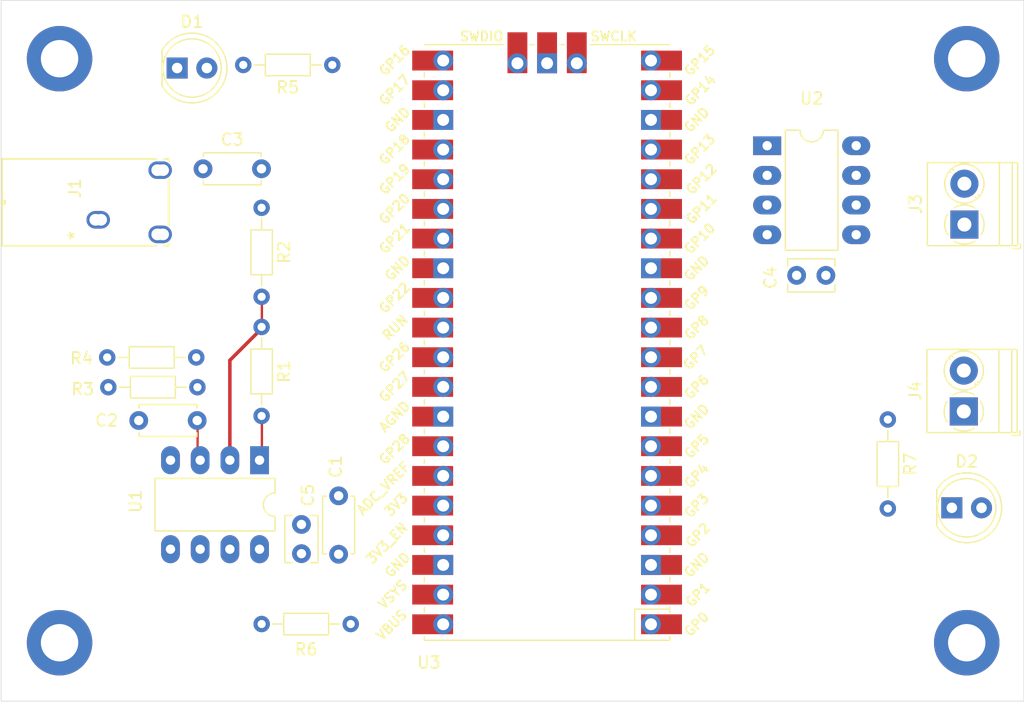
<source format=kicad_pcb>
(kicad_pcb (version 20240108) (generator "pcbnew") (generator_version "8.0")
  (title_block (title "Sound Gun") (date "2024-02-29"))
  (layers (0 "F.Cu" signal) (1 "In1.Cu" signal) (2 "In2.Cu" signal) (31 "B.Cu" signal) (34 "B.Paste" user) (35 "F.Paste" user) (36 "B.SilkS" user "B.Silkscreen") (37 "F.SilkS" user "F.Silkscreen") (38 "B.Mask" user) (39 "F.Mask" user) (44 "Edge.Cuts" user))
  (net 0 "")
  (net 1 "Net-(U1A--)")
  (net 2 "GND")
  (net 3 "+3V3")
  (net 5 "+5V")
  (net 6 "Net-(U2-IN_B)")
  (net 7 "Net-(U2-IN_A)")
  (net 16 "/AUDIO_IN")
  (net 40 "+12V")
  (net 70 "Net-(D2-A)")
  (net 71 "/V_OPAMP")
  (net 72 "/VREF")
  (net 73 "Net-(C3-Pad2)")
  (net 75 "/LED_A")
  (net 76 "/SPKR_B")
  (net 77 "/SPKR_A")
  (net 78 "/ADC_IN")
  (net 79 "/LED")
  (footprint "Package_DIP:DIP-8_W7.62mm_LongPads" (layer "F.Cu") (at 102.11 99.375 -90)
    (property "Reference" "U1" (at 3.51 10.61 90) (layer "F.SilkS"))
    (property "Value" "LM358")
    (fp_line (start 1.56 8.95) (end 6.06 8.95) (stroke (width 0.12)) (layer "F.SilkS"))
    (fp_line (start 6.06 8.95) (end 6.06 -1.33) (stroke (width 0.12)) (layer "F.SilkS"))
    (fp_line (start 1.56 -1.33) (end 1.56 8.95) (stroke (width 0.12)) (layer "F.SilkS"))
    (fp_line (start 2.81 -1.33) (end 1.56 -1.33) (stroke (width 0.12)) (layer "F.SilkS"))
    (fp_line (start 6.06 -1.33) (end 4.81 -1.33) (stroke (width 0.12)) (layer "F.SilkS"))
    (fp_arc (start 4.81 -1.33) (mid 3.81 -0.33) (end 2.81 -1.33) (stroke (width 0.12)) (layer "F.SilkS"))
    (pad "1" thru_hole rect (at 0 0 270) (size 2.4 1.6) (drill 0.8) (layers "*.Cu" "*.Mask") (net 78 "/ADC_IN"))
    (pad "2" thru_hole oval (at 0 2.54 270) (size 2.4 1.6) (drill 0.8) (layers "*.Cu" "*.Mask") (net 1 "Net-(U1A--)"))
    (pad "3" thru_hole oval (at 0 5.08 270) (size 2.4 1.6) (drill 0.8) (layers "*.Cu" "*.Mask") (net 72 "/VREF"))
    (pad "4" thru_hole oval (at 0 7.62 270) (size 2.4 1.6) (drill 0.8) (layers "*.Cu" "*.Mask") (net 2 "GND"))
    (pad "5" thru_hole oval (at 7.62 7.62 270) (size 2.4 1.6) (drill 0.8) (layers "*.Cu" "*.Mask") (net 2 "GND"))
    (pad "6" thru_hole oval (at 7.62 5.08 270) (size 2.4 1.6) (drill 0.8) (layers "*.Cu" "*.Mask") (net 2 "GND"))
    (pad "7" thru_hole oval (at 7.62 2.54 270) (size 2.4 1.6) (drill 0.8) (layers "*.Cu" "*.Mask"))
    (pad "8" thru_hole oval (at 7.62 0 270) (size 2.4 1.6) (drill 0.8) (layers "*.Cu" "*.Mask") (net 71 "/V_OPAMP"))
  )
  (footprint "Resistor_THT:R_Axial_DIN0204_L3.6mm_D1.6mm_P7.62mm_Horizontal" (layer "F.Cu") (at 102.285 87.965 -90)
    (property "Reference" "R1" (at 3.81 -1.92 90) (layer "F.SilkS"))
    (property "Value" "22k")
    (fp_line (start 1.89 0.92) (end 5.73 0.92) (stroke (width 0.12)) (layer "F.SilkS"))
    (fp_line (start 5.73 0.92) (end 5.73 -0.92) (stroke (width 0.12)) (layer "F.SilkS"))
    (fp_line (start 0.94 0) (end 1.89 0) (stroke (width 0.12)) (layer "F.SilkS"))
    (fp_line (start 6.68 0) (end 5.73 0) (stroke (width 0.12)) (layer "F.SilkS"))
    (fp_line (start 1.89 -0.92) (end 1.89 0.92) (stroke (width 0.12)) (layer "F.SilkS"))
    (fp_line (start 5.73 -0.92) (end 1.89 -0.92) (stroke (width 0.12)) (layer "F.SilkS"))
    (pad "1" thru_hole circle (at 0 0 270) (size 1.4 1.4) (drill 0.7) (layers "*.Cu" "*.Mask") (net 1 "Net-(U1A--)"))
    (pad "2" thru_hole oval (at 7.62 0 270) (size 1.4 1.4) (drill 0.7) (layers "*.Cu" "*.Mask") (net 78 "/ADC_IN"))
  )
  (footprint "Resistor_THT:R_Axial_DIN0204_L3.6mm_D1.6mm_P7.62mm_Horizontal" (layer "F.Cu") (at 89.075 90.575)
    (property "Reference" "R4" (at -2.19 0.08 0) (layer "F.SilkS"))
    (property "Value" "47k" (hide yes))
    (fp_line (start 0.94 0) (end 1.89 0) (stroke (width 0.12)) (layer "F.SilkS"))
    (fp_line (start 1.89 -0.92) (end 1.89 0.92) (stroke (width 0.12)) (layer "F.SilkS"))
    (fp_line (start 1.89 0.92) (end 5.73 0.92) (stroke (width 0.12)) (layer "F.SilkS"))
    (fp_line (start 5.73 -0.92) (end 1.89 -0.92) (stroke (width 0.12)) (layer "F.SilkS"))
    (fp_line (start 5.73 0.92) (end 5.73 -0.92) (stroke (width 0.12)) (layer "F.SilkS"))
    (fp_line (start 6.68 0) (end 5.73 0) (stroke (width 0.12)) (layer "F.SilkS"))
    (pad "1" thru_hole circle (at 0 0) (size 1.4 1.4) (drill 0.7) (layers "*.Cu" "*.Mask") (net 2 "GND"))
    (pad "2" thru_hole oval (at 7.62 0) (size 1.4 1.4) (drill 0.7) (layers "*.Cu" "*.Mask") (net 72 "/VREF"))
  )
  (footprint "MountingHole:MountingHole_3.2mm_M3_DIN965_Pad" (layer "F.Cu") (at 162.61 65)
    (property "Reference" "H3" (hide yes))
    (property "Value" "MountingHole_Pad" (hide yes))
    (pad "1" thru_hole circle (at 0 0) (size 5.6 5.6) (drill 3.2) (layers "*.Cu" "*.Mask") (net 2 "GND"))
  )
  (footprint "Resistor_THT:R_Axial_DIN0204_L3.6mm_D1.6mm_P7.62mm_Horizontal" (layer "F.Cu") (at 155.86 95.89 -90)
    (property "Reference" "R7" (at 3.81 -1.92 90) (layer "F.SilkS"))
    (property "Value" "10k")
    (fp_line (start 1.89 0.92) (end 5.73 0.92) (stroke (width 0.12)) (layer "F.SilkS"))
    (fp_line (start 5.73 0.92) (end 5.73 -0.92) (stroke (width 0.12)) (layer "F.SilkS"))
    (fp_line (start 0.94 0) (end 1.89 0) (stroke (width 0.12)) (layer "F.SilkS"))
    (fp_line (start 6.68 0) (end 5.73 0) (stroke (width 0.12)) (layer "F.SilkS"))
    (fp_line (start 1.89 -0.92) (end 1.89 0.92) (stroke (width 0.12)) (layer "F.SilkS"))
    (fp_line (start 5.73 -0.92) (end 1.89 -0.92) (stroke (width 0.12)) (layer "F.SilkS"))
    (pad "1" thru_hole circle (at 0 0 270) (size 1.4 1.4) (drill 0.7) (layers "*.Cu" "*.Mask") (net 40 "+12V"))
    (pad "2" thru_hole oval (at 7.62 0 270) (size 1.4 1.4) (drill 0.7) (layers "*.Cu" "*.Mask") (net 70 "Net-(D2-A)"))
  )
  (footprint "Capacitor_THT:C_Disc_D3.8mm_W2.6mm_P2.50mm" (layer "F.Cu") (at 105.695 104.875 -90)
    (property "Reference" "C5" (at -2.5 -0.55 90) (layer "F.SilkS"))
    (property "Value" "100n")
    (fp_line (start -0.77 1.42) (end 3.27 1.42) (stroke (width 0.12)) (layer "F.SilkS"))
    (fp_line (start -0.77 0.795) (end -0.77 1.42) (stroke (width 0.12)) (layer "F.SilkS"))
    (fp_line (start 3.27 0.795) (end 3.27 1.42) (stroke (width 0.12)) (layer "F.SilkS"))
    (fp_line (start -0.77 -1.42) (end -0.77 -0.795) (stroke (width 0.12)) (layer "F.SilkS"))
    (fp_line (start -0.77 -1.42) (end 3.27 -1.42) (stroke (width 0.12)) (layer "F.SilkS"))
    (fp_line (start 3.27 -1.42) (end 3.27 -0.795) (stroke (width 0.12)) (layer "F.SilkS"))
    (pad "1" thru_hole circle (at 0 0 270) (size 1.6 1.6) (drill 0.8) (layers "*.Cu" "*.Mask") (net 2 "GND"))
    (pad "2" thru_hole circle (at 2.5 0 270) (size 1.6 1.6) (drill 0.8) (layers "*.Cu" "*.Mask") (net 71 "/V_OPAMP"))
  )
  (footprint "LED_THT:LED_D5.0mm" (layer "F.Cu") (at 95.06 65.8)
    (property "Reference" "D1" (at 1.27 -3.96 0) (layer "F.SilkS"))
    (property "Value" "LED")
    (fp_line (start -1.29 -1.545) (end -1.29 1.545) (stroke (width 0.12)) (layer "F.SilkS"))
    (fp_arc (start -1.29 -1.54483) (mid 2.072002 -2.880433) (end 4.26 0.000462) (stroke (width 0.12)) (layer "F.SilkS"))
    (fp_arc (start 4.26 -0.000462) (mid 2.072002 2.880433) (end -1.29 1.54483) (stroke (width 0.12)) (layer "F.SilkS"))
    (fp_circle (center 1.27 0) (end 3.77 0) (stroke (width 0.12)) (fill none) (layer "F.SilkS"))
    (pad "1" thru_hole rect (at 0 0) (size 1.8 1.8) (drill 0.9) (layers "*.Cu" "*.Mask") (net 2 "GND"))
    (pad "2" thru_hole circle (at 2.54 0) (size 1.8 1.8) (drill 0.9) (layers "*.Cu" "*.Mask") (net 75 "/LED_A"))
  )
  (footprint "TerminalBlock_Phoenix:TerminalBlock_Phoenix_PT-1,5-2-3.5-H_1x02_P3.50mm_Horizontal" (layer "F.Cu") (at 162.36 95.2 90)
    (property "Reference" "J4" (at 1.75 -4.16 -90) (layer "F.SilkS"))
    (property "Value" "Screw_Terminal_01x02" (hide yes))
    (fp_line (start 5.31 -3.16) (end 5.31 4.56) (stroke (width 0.12)) (layer "F.SilkS"))
    (fp_line (start -1.81 -3.16) (end 5.31 -3.16) (stroke (width 0.12)) (layer "F.SilkS"))
    (fp_line (start -1.81 -3.16) (end -1.81 4.56) (stroke (width 0.12)) (layer "F.SilkS"))
    (fp_line (start 4.57 -1.275) (end 4.476 -1.181) (stroke (width 0.12)) (layer "F.SilkS"))
    (fp_line (start 4.775 -1.069) (end 4.646 -0.941) (stroke (width 0.12)) (layer "F.SilkS"))
    (fp_line (start 2.355 0.941) (end 2.226 1.069) (stroke (width 0.12)) (layer "F.SilkS"))
    (fp_line (start 2.525 1.181) (end 2.431 1.274) (stroke (width 0.12)) (layer "F.SilkS"))
    (fp_line (start -1.81 3) (end 5.31 3) (stroke (width 0.12)) (layer "F.SilkS"))
    (fp_line (start -1.81 4.1) (end 5.31 4.1) (stroke (width 0.12)) (layer "F.SilkS"))
    (fp_line (start -2.05 4.16) (end -2.05 4.8) (stroke (width 0.12)) (layer "F.SilkS"))
    (fp_line (start -1.81 4.56) (end 5.31 4.56) (stroke (width 0.12)) (layer "F.SilkS"))
    (fp_line (start -2.05 4.8) (end -1.65 4.8) (stroke (width 0.12)) (layer "F.SilkS"))
    (fp_arc (start -0.889894 -1.425358) (mid -0.014012 -1.680286) (end 0.866 -1.44) (stroke (width 0.12)) (layer "F.SilkS"))
    (fp_arc (start 1.425504 -0.890193) (mid 1.680626 0.000476) (end 1.425 0.891) (stroke (width 0.12)) (layer "F.SilkS"))
    (fp_arc (start -1.425358 0.889894) (mid -1.680286 0.014012) (end -1.44 -0.866) (stroke (width 0.12)) (layer "F.SilkS"))
    (fp_arc (start 0.890264 1.424721) (mid 0.463071 1.61492) (end 0 1.68) (stroke (width 0.12)) (layer "F.SilkS"))
    (fp_arc (start 0.028674 1.680099) (mid -0.435535 1.622918) (end -0.866 1.44) (stroke (width 0.12)) (layer "F.SilkS"))
    (fp_circle (center 3.5 0) (end 5.18 0) (stroke (width 0.12)) (fill none) (layer "F.SilkS"))
    (pad "1" thru_hole rect (at 0 0 90) (size 2.4 2.4) (drill 1.2) (layers "*.Cu" "*.Mask") (net 40 "+12V"))
    (pad "2" thru_hole circle (at 3.5 0 90) (size 2.4 2.4) (drill 1.2) (layers "*.Cu" "*.Mask") (net 2 "GND"))
  )
  (footprint "Capacitor_THT:C_Disc_D3.8mm_W2.6mm_P2.50mm" (layer "F.Cu") (at 148.06 83.55)
    (property "Reference" "C4" (at -2.25 0.2 90) (layer "F.SilkS"))
    (property "Value" "100n")
    (fp_line (start -0.77 -1.42) (end -0.77 -0.795) (stroke (width 0.12)) (layer "F.SilkS"))
    (fp_line (start -0.77 -1.42) (end 3.27 -1.42) (stroke (width 0.12)) (layer "F.SilkS"))
    (fp_line (start -0.77 0.795) (end -0.77 1.42) (stroke (width 0.12)) (layer "F.SilkS"))
    (fp_line (start -0.77 1.42) (end 3.27 1.42) (stroke (width 0.12)) (layer "F.SilkS"))
    (fp_line (start 3.27 -1.42) (end 3.27 -0.795) (stroke (width 0.12)) (layer "F.SilkS"))
    (fp_line (start 3.27 0.795) (end 3.27 1.42) (stroke (width 0.12)) (layer "F.SilkS"))
    (pad "1" thru_hole circle (at 0 0) (size 1.6 1.6) (drill 0.8) (layers "*.Cu" "*.Mask") (net 2 "GND"))
    (pad "2" thru_hole circle (at 2.5 0) (size 1.6 1.6) (drill 0.8) (layers "*.Cu" "*.Mask") (net 40 "+12V"))
  )
  (footprint "Capacitor_THT:C_Disc_D4.7mm_W2.5mm_P5.00mm" (layer "F.Cu") (at 108.875 102.425 -90)
    (property "Reference" "C1" (at -2.5 0.25 90) (layer "F.SilkS"))
    (property "Value" "10u")
    (fp_line (start 0.03 1.37) (end 4.97 1.37) (stroke (width 0.12)) (layer "F.SilkS"))
    (fp_line (start 0.03 1.055) (end 0.03 1.37) (stroke (width 0.12)) (layer "F.SilkS"))
    (fp_line (start 4.97 1.055) (end 4.97 1.37) (stroke (width 0.12)) (layer "F.SilkS"))
    (fp_line (start 0.03 -1.37) (end 0.03 -1.055) (stroke (width 0.12)) (layer "F.SilkS"))
    (fp_line (start 0.03 -1.37) (end 4.97 -1.37) (stroke (width 0.12)) (layer "F.SilkS"))
    (fp_line (start 4.97 -1.37) (end 4.97 -1.055) (stroke (width 0.12)) (layer "F.SilkS"))
    (pad "1" thru_hole circle (at 0 0 270) (size 1.6 1.6) (drill 0.8) (layers "*.Cu" "*.Mask") (net 2 "GND"))
    (pad "2" thru_hole circle (at 5 0 270) (size 1.6 1.6) (drill 0.8) (layers "*.Cu" "*.Mask") (net 71 "/V_OPAMP"))
  )
  (footprint "Capacitor_THT:C_Disc_D4.7mm_W2.5mm_P5.00mm" (layer "F.Cu") (at 97.275 74.425)
    (property "Reference" "C3" (at 2.5 -2.5 0) (layer "F.SilkS"))
    (property "Value" "1u")
    (fp_line (start 0.03 -1.37) (end 0.03 -1.055) (stroke (width 0.12)) (layer "F.SilkS"))
    (fp_line (start 0.03 -1.37) (end 4.97 -1.37) (stroke (width 0.12)) (layer "F.SilkS"))
    (fp_line (start 0.03 1.055) (end 0.03 1.37) (stroke (width 0.12)) (layer "F.SilkS"))
    (fp_line (start 0.03 1.37) (end 4.97 1.37) (stroke (width 0.12)) (layer "F.SilkS"))
    (fp_line (start 4.97 -1.37) (end 4.97 -1.055) (stroke (width 0.12)) (layer "F.SilkS"))
    (fp_line (start 4.97 1.055) (end 4.97 1.37) (stroke (width 0.12)) (layer "F.SilkS"))
    (pad "1" thru_hole circle (at 0 0) (size 1.6 1.6) (drill 0.8) (layers "*.Cu" "*.Mask") (net 16 "/AUDIO_IN"))
    (pad "2" thru_hole circle (at 5 0) (size 1.6 1.6) (drill 0.8) (layers "*.Cu" "*.Mask") (net 73 "Net-(C3-Pad2)"))
  )
  (footprint "MountingHole:MountingHole_3.2mm_M3_DIN965_Pad" (layer "F.Cu") (at 85 65)
    (property "Reference" "H1" (hide yes))
    (property "Value" "MountingHole_Pad" (hide yes))
    (pad "1" thru_hole circle (at 0 0) (size 5.6 5.6) (drill 3.2) (layers "*.Cu" "*.Mask") (net 2 "GND"))
  )
  (footprint "LED_THT:LED_D5.0mm" (layer "F.Cu") (at 161.335 103.45)
    (property "Reference" "D2" (at 1.27 -3.96 0) (layer "F.SilkS"))
    (property "Value" "LED")
    (fp_line (start -1.29 -1.545) (end -1.29 1.545) (stroke (width 0.12)) (layer "F.SilkS"))
    (fp_arc (start -1.29 -1.54483) (mid 2.072002 -2.880433) (end 4.26 0.000462) (stroke (width 0.12)) (layer "F.SilkS"))
    (fp_arc (start 4.26 -0.000462) (mid 2.072002 2.880433) (end -1.29 1.54483) (stroke (width 0.12)) (layer "F.SilkS"))
    (fp_circle (center 1.27 0) (end 3.77 0) (stroke (width 0.12)) (fill none) (layer "F.SilkS"))
    (pad "1" thru_hole rect (at 0 0) (size 1.8 1.8) (drill 0.9) (layers "*.Cu" "*.Mask") (net 2 "GND"))
    (pad "2" thru_hole circle (at 2.54 0) (size 1.8 1.8) (drill 0.9) (layers "*.Cu" "*.Mask") (net 70 "Net-(D2-A)"))
  )
  (footprint "Resistor_THT:R_Axial_DIN0204_L3.6mm_D1.6mm_P7.62mm_Horizontal" (layer "F.Cu") (at 109.91 113.4 180)
    (property "Reference" "R6" (at 3.81 -2.17 180) (layer "F.SilkS"))
    (property "Value" "10")
    (fp_line (start 6.68 0) (end 5.73 0) (stroke (width 0.12)) (layer "F.SilkS"))
    (fp_line (start 5.73 0.92) (end 5.73 -0.92) (stroke (width 0.12)) (layer "F.SilkS"))
    (fp_line (start 5.73 -0.92) (end 1.89 -0.92) (stroke (width 0.12)) (layer "F.SilkS"))
    (fp_line (start 1.89 0.92) (end 5.73 0.92) (stroke (width 0.12)) (layer "F.SilkS"))
    (fp_line (start 1.89 -0.92) (end 1.89 0.92) (stroke (width 0.12)) (layer "F.SilkS"))
    (fp_line (start 0.94 0) (end 1.89 0) (stroke (width 0.12)) (layer "F.SilkS"))
    (pad "1" thru_hole circle (at 0 0 180) (size 1.4 1.4) (drill 0.7) (layers "*.Cu" "*.Mask") (net 5 "+5V"))
    (pad "2" thru_hole oval (at 7.62 0 180) (size 1.4 1.4) (drill 0.7) (layers "*.Cu" "*.Mask") (net 71 "/V_OPAMP"))
  )
  (footprint "MountingHole:MountingHole_3.2mm_M3_DIN965_Pad" (layer "F.Cu") (at 85 115)
    (property "Reference" "H2" (hide yes))
    (property "Value" "MountingHole_Pad" (hide yes))
    (pad "1" thru_hole circle (at 0 0) (size 5.6 5.6) (drill 3.2) (layers "*.Cu" "*.Mask") (net 2 "GND"))
  )
  (footprint "Resistor_THT:R_Axial_DIN0204_L3.6mm_D1.6mm_P7.62mm_Horizontal" (layer "F.Cu") (at 108.335 65.535 180)
    (property "Reference" "R5" (at 3.81 -1.92 180) (layer "F.SilkS"))
    (property "Value" "1k")
    (fp_line (start 6.68 0) (end 5.73 0) (stroke (width 0.12)) (layer "F.SilkS"))
    (fp_line (start 5.73 0.92) (end 5.73 -0.92) (stroke (width 0.12)) (layer "F.SilkS"))
    (fp_line (start 5.73 -0.92) (end 1.89 -0.92) (stroke (width 0.12)) (layer "F.SilkS"))
    (fp_line (start 1.89 0.92) (end 5.73 0.92) (stroke (width 0.12)) (layer "F.SilkS"))
    (fp_line (start 1.89 -0.92) (end 1.89 0.92) (stroke (width 0.12)) (layer "F.SilkS"))
    (fp_line (start 0.94 0) (end 1.89 0) (stroke (width 0.12)) (layer "F.SilkS"))
    (pad "1" thru_hole circle (at 0 0 180) (size 1.4 1.4) (drill 0.7) (layers "*.Cu" "*.Mask") (net 79 "/LED"))
    (pad "2" thru_hole oval (at 7.62 0 180) (size 1.4 1.4) (drill 0.7) (layers "*.Cu" "*.Mask") (net 75 "/LED_A"))
  )
  (footprint "Capacitor_THT:C_Disc_D4.7mm_W2.5mm_P5.00mm" (layer "F.Cu") (at 91.775 95.975)
    (property "Reference" "C2" (at -2.75 0 0) (layer "F.SilkS"))
    (property "Value" "10u")
    (fp_line (start 0.03 -1.37) (end 0.03 -1.055) (stroke (width 0.12)) (layer "F.SilkS"))
    (fp_line (start 0.03 -1.37) (end 4.97 -1.37) (stroke (width 0.12)) (layer "F.SilkS"))
    (fp_line (start 0.03 1.055) (end 0.03 1.37) (stroke (width 0.12)) (layer "F.SilkS"))
    (fp_line (start 0.03 1.37) (end 4.97 1.37) (stroke (width 0.12)) (layer "F.SilkS"))
    (fp_line (start 4.97 -1.37) (end 4.97 -1.055) (stroke (width 0.12)) (layer "F.SilkS"))
    (fp_line (start 4.97 1.055) (end 4.97 1.37) (stroke (width 0.12)) (layer "F.SilkS"))
    (pad "1" thru_hole circle (at 0 0) (size 1.6 1.6) (drill 0.8) (layers "*.Cu" "*.Mask") (net 2 "GND"))
    (pad "2" thru_hole circle (at 5 0) (size 1.6 1.6) (drill 0.8) (layers "*.Cu" "*.Mask") (net 72 "/VREF"))
  )
  (footprint "Package_DIP:DIP-8_W7.62mm_LongPads" (layer "F.Cu") (at 145.535 72.45)
    (property "Reference" "U2" (at 3.81 -4.05 0) (layer "F.SilkS"))
    (property "Value" "MIC4427")
    (fp_line (start 1.56 -1.33) (end 1.56 8.95) (stroke (width 0.12)) (layer "F.SilkS"))
    (fp_line (start 1.56 8.95) (end 6.06 8.95) (stroke (width 0.12)) (layer "F.SilkS"))
    (fp_line (start 2.81 -1.33) (end 1.56 -1.33) (stroke (width 0.12)) (layer "F.SilkS"))
    (fp_line (start 6.06 -1.33) (end 4.81 -1.33) (stroke (width 0.12)) (layer "F.SilkS"))
    (fp_line (start 6.06 8.95) (end 6.06 -1.33) (stroke (width 0.12)) (layer "F.SilkS"))
    (fp_arc (start 4.81 -1.33) (mid 3.81 -0.33) (end 2.81 -1.33) (stroke (width 0.12)) (layer "F.SilkS"))
    (pad "1" thru_hole rect (at 0 0) (size 2.4 1.6) (drill 0.8) (layers "*.Cu" "*.Mask"))
    (pad "2" thru_hole oval (at 0 2.54) (size 2.4 1.6) (drill 0.8) (layers "*.Cu" "*.Mask") (net 7 "Net-(U2-IN_A)"))
    (pad "3" thru_hole oval (at 0 5.08) (size 2.4 1.6) (drill 0.8) (layers "*.Cu" "*.Mask") (net 2 "GND"))
    (pad "4" thru_hole oval (at 0 7.62) (size 2.4 1.6) (drill 0.8) (layers "*.Cu" "*.Mask") (net 6 "Net-(U2-IN_B)"))
    (pad "5" thru_hole oval (at 7.62 7.62) (size 2.4 1.6) (drill 0.8) (layers "*.Cu" "*.Mask") (net 76 "/SPKR_B"))
    (pad "6" thru_hole oval (at 7.62 5.08) (size 2.4 1.6) (drill 0.8) (layers "*.Cu" "*.Mask") (net 40 "+12V"))
    (pad "7" thru_hole oval (at 7.62 2.54) (size 2.4 1.6) (drill 0.8) (layers "*.Cu" "*.Mask") (net 77 "/SPKR_A"))
    (pad "8" thru_hole oval (at 7.62 0) (size 2.4 1.6) (drill 0.8) (layers "*.Cu" "*.Mask"))
  )
  (footprint "Resistor_THT:R_Axial_DIN0204_L3.6mm_D1.6mm_P7.62mm_Horizontal" (layer "F.Cu") (at 102.285 77.765 -90)
    (property "Reference" "R2" (at 3.81 -1.92 90) (layer "F.SilkS"))
    (property "Value" "22k")
    (fp_line (start 1.89 0.92) (end 5.73 0.92) (stroke (width 0.12)) (layer "F.SilkS"))
    (fp_line (start 5.73 0.92) (end 5.73 -0.92) (stroke (width 0.12)) (layer "F.SilkS"))
    (fp_line (start 0.94 0) (end 1.89 0) (stroke (width 0.12)) (layer "F.SilkS"))
    (fp_line (start 6.68 0) (end 5.73 0) (stroke (width 0.12)) (layer "F.SilkS"))
    (fp_line (start 1.89 -0.92) (end 1.89 0.92) (stroke (width 0.12)) (layer "F.SilkS"))
    (fp_line (start 5.73 -0.92) (end 1.89 -0.92) (stroke (width 0.12)) (layer "F.SilkS"))
    (pad "1" thru_hole circle (at 0 0 270) (size 1.4 1.4) (drill 0.7) (layers "*.Cu" "*.Mask") (net 73 "Net-(C3-Pad2)"))
    (pad "2" thru_hole oval (at 7.62 0 270) (size 1.4 1.4) (drill 0.7) (layers "*.Cu" "*.Mask") (net 1 "Net-(U1A--)"))
  )
  (footprint "MCU_RaspberryPi_and_Boards:RPi_Pico_SMD_TH" (layer "F.Cu") (at 126.71 89.29 180)
    (property "Reference" "U3" (at 10.11 -27.41 180) (layer "F.SilkS"))
    (property "Value" "Pico")
    (fp_line (start 10.5 25.5) (end 3.7 25.5) (stroke (width 0.12)) (layer "F.SilkS"))
    (fp_line (start 10.5 22.7) (end 10.5 23.1) (stroke (width 0.12)) (layer "F.SilkS"))
    (fp_line (start 10.5 20.1) (end 10.5 20.5) (stroke (width 0.12)) (layer "F.SilkS"))
    (fp_line (start 10.5 17.6) (end 10.5 18) (stroke (width 0.12)) (layer "F.SilkS"))
    (fp_line (start 10.5 15.1) (end 10.5 15.5) (stroke (width 0.12)) (layer "F.SilkS"))
    (fp_line (start 10.5 12.5) (end 10.5 12.9) (stroke (width 0.12)) (layer "F.SilkS"))
    (fp_line (start 10.5 10) (end 10.5 10.4) (stroke (width 0.12)) (layer "F.SilkS"))
    (fp_line (start 10.5 7.4) (end 10.5 7.8) (stroke (width 0.12)) (layer "F.SilkS"))
    (fp_line (start 10.5 4.9) (end 10.5 5.3) (stroke (width 0.12)) (layer "F.SilkS"))
    (fp_line (start 10.5 2.3) (end 10.5 2.7) (stroke (width 0.12)) (layer "F.SilkS"))
    (fp_line (start 10.5 -0.2) (end 10.5 0.2) (stroke (width 0.12)) (layer "F.SilkS"))
    (fp_line (start 10.5 -2.7) (end 10.5 -2.3) (stroke (width 0.12)) (layer "F.SilkS"))
    (fp_line (start 10.5 -5.3) (end 10.5 -4.9) (stroke (width 0.12)) (layer "F.SilkS"))
    (fp_line (start 10.5 -7.8) (end 10.5 -7.4) (stroke (width 0.12)) (layer "F.SilkS"))
    (fp_line (start 10.5 -10.4) (end 10.5 -10) (stroke (width 0.12)) (layer "F.SilkS"))
    (fp_line (start 10.5 -12.9) (end 10.5 -12.5) (stroke (width 0.12)) (layer "F.SilkS"))
    (fp_line (start 10.5 -15.4) (end 10.5 -15) (stroke (width 0.12)) (layer "F.SilkS"))
    (fp_line (start 10.5 -18) (end 10.5 -17.6) (stroke (width 0.12)) (layer "F.SilkS"))
    (fp_line (start 10.5 -20.5) (end 10.5 -20.1) (stroke (width 0.12)) (layer "F.SilkS"))
    (fp_line (start 10.5 -23.1) (end 10.5 -22.7) (stroke (width 0.12)) (layer "F.SilkS"))
    (fp_line (start 10.5 -25.5) (end 10.5 -25.2) (stroke (width 0.12)) (layer "F.SilkS"))
    (fp_line (start 1.1 25.5) (end 1.5 25.5) (stroke (width 0.12)) (layer "F.SilkS"))
    (fp_line (start -1.5 25.5) (end -1.1 25.5) (stroke (width 0.12)) (layer "F.SilkS"))
    (fp_line (start -3.7 25.5) (end -10.5 25.5) (stroke (width 0.12)) (layer "F.SilkS"))
    (fp_line (start -7.493 -22.833) (end -7.493 -25.5) (stroke (width 0.12)) (layer "F.SilkS"))
    (fp_line (start -10.5 22.7) (end -10.5 23.1) (stroke (width 0.12)) (layer "F.SilkS"))
    (fp_line (start -10.5 20.1) (end -10.5 20.5) (stroke (width 0.12)) (layer "F.SilkS"))
    (fp_line (start -10.5 17.6) (end -10.5 18) (stroke (width 0.12)) (layer "F.SilkS"))
    (fp_line (start -10.5 15.1) (end -10.5 15.5) (stroke (width 0.12)) (layer "F.SilkS"))
    (fp_line (start -10.5 12.5) (end -10.5 12.9) (stroke (width 0.12)) (layer "F.SilkS"))
    (fp_line (start -10.5 10) (end -10.5 10.4) (stroke (width 0.12)) (layer "F.SilkS"))
    (fp_line (start -10.5 7.4) (end -10.5 7.8) (stroke (width 0.12)) (layer "F.SilkS"))
    (fp_line (start -10.5 4.9) (end -10.5 5.3) (stroke (width 0.12)) (layer "F.SilkS"))
    (fp_line (start -10.5 2.3) (end -10.5 2.7) (stroke (width 0.12)) (layer "F.SilkS"))
    (fp_line (start -10.5 -0.2) (end -10.5 0.2) (stroke (width 0.12)) (layer "F.SilkS"))
    (fp_line (start -10.5 -2.7) (end -10.5 -2.3) (stroke (width 0.12)) (layer "F.SilkS"))
    (fp_line (start -10.5 -5.3) (end -10.5 -4.9) (stroke (width 0.12)) (layer "F.SilkS"))
    (fp_line (start -10.5 -7.8) (end -10.5 -7.4) (stroke (width 0.12)) (layer "F.SilkS"))
    (fp_line (start -10.5 -10.4) (end -10.5 -10) (stroke (width 0.12)) (layer "F.SilkS"))
    (fp_line (start -10.5 -12.9) (end -10.5 -12.5) (stroke (width 0.12)) (layer "F.SilkS"))
    (fp_line (start -10.5 -15.4) (end -10.5 -15) (stroke (width 0.12)) (layer "F.SilkS"))
    (fp_line (start -10.5 -18) (end -10.5 -17.6) (stroke (width 0.12)) (layer "F.SilkS"))
    (fp_line (start -10.5 -20.5) (end -10.5 -20.1) (stroke (width 0.12)) (layer "F.SilkS"))
    (fp_line (start -10.5 -22.833) (end -7.493 -22.833) (stroke (width 0.12)) (layer "F.SilkS"))
    (fp_line (start -10.5 -23.1) (end -10.5 -22.7) (stroke (width 0.12)) (layer "F.SilkS"))
    (fp_line (start -10.5 -25.5) (end 10.5 -25.5) (stroke (width 0.12)) (layer "F.SilkS"))
    (fp_line (start -10.5 -25.5) (end -10.5 -25.2) (stroke (width 0.12)) (layer "F.SilkS"))
    (fp_text user "GP27" (at 13.054 -3.8 -135) (layer "F.SilkS") (effects (font (size 0.8 0.8))))
    (fp_text user "GP11" (at -13.2 11.43 -135) (layer "F.SilkS") (effects (font (size 0.8 0.8))))
    (fp_text user "GP2" (at -12.9 -16.51 -135) (layer "F.SilkS") (effects (font (size 0.8 0.8))))
    (fp_text user "GP16" (at 13.054 24.13 -135) (layer "F.SilkS") (effects (font (size 0.8 0.8))))
    (fp_text user "RUN" (at 13 1.27 -135) (layer "F.SilkS") (effects (font (size 0.8 0.8))))
    (fp_text user "SWCLK" (at -5.7 26.2 180) (layer "F.SilkS") (effects (font (size 0.8 0.8))))
    (fp_text user "3V3_EN" (at 13.7 -17.2 -135) (layer "F.SilkS") (effects (font (size 0.8 0.8))))
    (fp_text user "3V3" (at 12.9 -13.9 -135) (layer "F.SilkS") (effects (font (size 0.8 0.8))))
    (fp_text user "GP26" (at 13.054 -1.27 -135) (layer "F.SilkS") (effects (font (size 0.8 0.8))))
    (fp_text user "GP20" (at 13.054 11.43 -135) (layer "F.SilkS") (effects (font (size 0.8 0.8))))
    (fp_text user "GP9" (at -12.8 3.81 -135) (layer "F.SilkS") (effects (font (size 0.8 0.8))))
    (fp_text user "GP22" (at 13.054 3.81 -135) (layer "F.SilkS") (effects (font (size 0.8 0.8))))
    (fp_text user "GP19" (at 13.054 13.97 -135) (layer "F.SilkS") (effects (font (size 0.8 0.8))))
    (fp_text user "GP15" (at -13.054 24.13 -135) (layer "F.SilkS") (effects (font (size 0.8 0.8))))
    (fp_text user "ADC_VREF" (at 14 -12.5 -135) (layer "F.SilkS") (effects (font (size 0.8 0.8))))
    (fp_text user "GP17" (at 13.054 21.59 -135) (layer "F.SilkS") (effects (font (size 0.8 0.8))))
    (fp_text user "GP14" (at -13.1 21.59 -135) (layer "F.SilkS") (effects (font (size 0.8 0.8))))
    (fp_text user "GND" (at -12.8 -6.35 -135) (layer "F.SilkS") (effects (font (size 0.8 0.8))))
    (fp_text user "SWDIO" (at 5.6 26.2 180) (layer "F.SilkS") (effects (font (size 0.8 0.8))))
    (fp_text user "GP5" (at -12.8 -8.89 -135) (layer "F.SilkS") (effects (font (size 0.8 0.8))))
    (fp_text user "GND" (at -12.8 19.05 -135) (layer "F.SilkS") (effects (font (size 0.8 0.8))))
    (fp_text user "GND" (at -12.8 -19.05 -135) (layer "F.SilkS") (effects (font (size 0.8 0.8))))
    (fp_text user "GP1" (at -12.9 -21.6 -135) (layer "F.SilkS") (effects (font (size 0.8 0.8))))
    (fp_text user "GP10" (at -13.054 8.89 -135) (layer "F.SilkS") (effects (font (size 0.8 0.8))))
    (fp_text user "GP7" (at -12.7 -1.3 -135) (layer "F.SilkS") (effects (font (size 0.8 0.8))))
    (fp_text user "GND" (at -12.8 6.35 -135) (layer "F.SilkS") (effects (font (size 0.8 0.8))))
    (fp_text user "GND" (at 12.8 6.35 -135) (layer "F.SilkS") (effects (font (size 0.8 0.8))))
    (fp_text user "GP8" (at -12.8 1.27 -135) (layer "F.SilkS") (effects (font (size 0.8 0.8))))
    (fp_text user "GP28" (at 13.054 -9.144 -135) (layer "F.SilkS") (effects (font (size 0.8 0.8))))
    (fp_text user "GP18" (at 13.054 16.51 -135) (layer "F.SilkS") (effects (font (size 0.8 0.8))))
    (fp_text user "GP4" (at -12.8 -11.43 -135) (layer "F.SilkS") (effects (font (size 0.8 0.8))))
    (fp_text user "GP6" (at -12.8 -3.81 -135) (layer "F.SilkS") (effects (font (size 0.8 0.8))))
    (fp_text user "GP12" (at -13.2 13.97 -135) (layer "F.SilkS") (effects (font (size 0.8 0.8))))
    (fp_text user "GND" (at 12.8 19.05 -135) (layer "F.SilkS") (effects (font (size 0.8 0.8))))
    (fp_text user "GP21" (at 13.054 8.9 -135) (layer "F.SilkS") (effects (font (size 0.8 0.8))))
    (fp_text user "GND" (at 12.8 -19.05 -135) (layer "F.SilkS") (effects (font (size 0.8 0.8))))
    (fp_text user "GP13" (at -13.054 16.51 -135) (layer "F.SilkS") (effects (font (size 0.8 0.8))))
    (fp_text user "VBUS" (at 13.3 -24.2 -135) (layer "F.SilkS") (effects (font (size 0.8 0.8))))
    (fp_text user "GP3" (at -12.8 -13.97 -135) (layer "F.SilkS") (effects (font (size 0.8 0.8))))
    (fp_text user "AGND" (at 13.054 -6.35 -135) (layer "F.SilkS") (effects (font (size 0.8 0.8))))
    (fp_text user "GP0" (at -12.8 -24.13 -135) (layer "F.SilkS") (effects (font (size 0.8 0.8))))
    (fp_text user "VSYS" (at 13.2 -21.59 -135) (layer "F.SilkS") (effects (font (size 0.8 0.8))))
    (pad "" np_thru_hole oval (at -2.725 -24 180) (size 1.8 1.8) (drill 1.8) (layers "*.Cu" "*.Mask"))
    (pad "" np_thru_hole oval (at -2.425 -20.97 180) (size 1.5 1.5) (drill 1.5) (layers "*.Cu" "*.Mask"))
    (pad "" np_thru_hole oval (at 2.425 -20.97 180) (size 1.5 1.5) (drill 1.5) (layers "*.Cu" "*.Mask"))
    (pad "" np_thru_hole oval (at 2.725 -24 180) (size 1.8 1.8) (drill 1.8) (layers "*.Cu" "*.Mask"))
    (pad "1" thru_hole oval (at -8.89 -24.13 180) (size 1.7 1.7) (drill 1.02) (layers "*.Cu" "*.Mask"))
    (pad "1" smd rect (at -8.89 -24.13 180) (size 3.5 1.7) (drill (offset -0.9 0)) (layers "F.Cu" "F.Mask"))
    (pad "2" thru_hole oval (at -8.89 -21.59 180) (size 1.7 1.7) (drill 1.02) (layers "*.Cu" "*.Mask"))
    (pad "2" smd rect (at -8.89 -21.59 180) (size 3.5 1.7) (drill (offset -0.9 0)) (layers "F.Cu" "F.Mask"))
    (pad "3" thru_hole rect (at -8.89 -19.05 180) (size 1.7 1.7) (drill 1.02) (layers "*.Cu" "*.Mask") (net 2 "GND"))
    (pad "3" smd rect (at -8.89 -19.05 180) (size 3.5 1.7) (drill (offset -0.9 0)) (layers "F.Cu" "F.Mask") (net 2 "GND"))
    (pad "4" thru_hole oval (at -8.89 -16.51 180) (size 1.7 1.7) (drill 1.02) (layers "*.Cu" "*.Mask"))
    (pad "4" smd rect (at -8.89 -16.51 180) (size 3.5 1.7) (drill (offset -0.9 0)) (layers "F.Cu" "F.Mask"))
    (pad "5" thru_hole oval (at -8.89 -13.97 180) (size 1.7 1.7) (drill 1.02) (layers "*.Cu" "*.Mask"))
    (pad "5" smd rect (at -8.89 -13.97 180) (size 3.5 1.7) (drill (offset -0.9 0)) (layers "F.Cu" "F.Mask"))
    (pad "6" thru_hole oval (at -8.89 -11.43 180) (size 1.7 1.7) (drill 1.02) (layers "*.Cu" "*.Mask"))
    (pad "6" smd rect (at -8.89 -11.43 180) (size 3.5 1.7) (drill (offset -0.9 0)) (layers "F.Cu" "F.Mask"))
    (pad "7" thru_hole oval (at -8.89 -8.89 180) (size 1.7 1.7) (drill 1.02) (layers "*.Cu" "*.Mask"))
    (pad "7" smd rect (at -8.89 -8.89 180) (size 3.5 1.7) (drill (offset -0.9 0)) (layers "F.Cu" "F.Mask"))
    (pad "8" thru_hole rect (at -8.89 -6.35 180) (size 1.7 1.7) (drill 1.02) (layers "*.Cu" "*.Mask") (net 2 "GND"))
    (pad "8" smd rect (at -8.89 -6.35 180) (size 3.5 1.7) (drill (offset -0.9 0)) (layers "F.Cu" "F.Mask") (net 2 "GND"))
    (pad "9" thru_hole oval (at -8.89 -3.81 180) (size 1.7 1.7) (drill 1.02) (layers "*.Cu" "*.Mask"))
    (pad "9" smd rect (at -8.89 -3.81 180) (size 3.5 1.7) (drill (offset -0.9 0)) (layers "F.Cu" "F.Mask"))
    (pad "10" thru_hole oval (at -8.89 -1.27 180) (size 1.7 1.7) (drill 1.02) (layers "*.Cu" "*.Mask"))
    (pad "10" smd rect (at -8.89 -1.27 180) (size 3.5 1.7) (drill (offset -0.9 0)) (layers "F.Cu" "F.Mask"))
    (pad "11" thru_hole oval (at -8.89 1.27 180) (size 1.7 1.7) (drill 1.02) (layers "*.Cu" "*.Mask"))
    (pad "11" smd rect (at -8.89 1.27 180) (size 3.5 1.7) (drill (offset -0.9 0)) (layers "F.Cu" "F.Mask"))
    (pad "12" thru_hole oval (at -8.89 3.81 180) (size 1.7 1.7) (drill 1.02) (layers "*.Cu" "*.Mask"))
    (pad "12" smd rect (at -8.89 3.81 180) (size 3.5 1.7) (drill (offset -0.9 0)) (layers "F.Cu" "F.Mask"))
    (pad "13" thru_hole rect (at -8.89 6.35 180) (size 1.7 1.7) (drill 1.02) (layers "*.Cu" "*.Mask") (net 2 "GND"))
    (pad "13" smd rect (at -8.89 6.35 180) (size 3.5 1.7) (drill (offset -0.9 0)) (layers "F.Cu" "F.Mask") (net 2 "GND"))
    (pad "14" thru_hole oval (at -8.89 8.89 180) (size 1.7 1.7) (drill 1.02) (layers "*.Cu" "*.Mask"))
    (pad "14" smd rect (at -8.89 8.89 180) (size 3.5 1.7) (drill (offset -0.9 0)) (layers "F.Cu" "F.Mask"))
    (pad "15" thru_hole oval (at -8.89 11.43 180) (size 1.7 1.7) (drill 1.02) (layers "*.Cu" "*.Mask"))
    (pad "15" smd rect (at -8.89 11.43 180) (size 3.5 1.7) (drill (offset -0.9 0)) (layers "F.Cu" "F.Mask"))
    (pad "16" thru_hole oval (at -8.89 13.97 180) (size 1.7 1.7) (drill 1.02) (layers "*.Cu" "*.Mask"))
    (pad "16" smd rect (at -8.89 13.97 180) (size 3.5 1.7) (drill (offset -0.9 0)) (layers "F.Cu" "F.Mask"))
    (pad "17" thru_hole oval (at -8.89 16.51 180) (size 1.7 1.7) (drill 1.02) (layers "*.Cu" "*.Mask"))
    (pad "17" smd rect (at -8.89 16.51 180) (size 3.5 1.7) (drill (offset -0.9 0)) (layers "F.Cu" "F.Mask"))
    (pad "18" thru_hole rect (at -8.89 19.05 180) (size 1.7 1.7) (drill 1.02) (layers "*.Cu" "*.Mask") (net 2 "GND"))
    (pad "18" smd rect (at -8.89 19.05 180) (size 3.5 1.7) (drill (offset -0.9 0)) (layers "F.Cu" "F.Mask") (net 2 "GND"))
    (pad "19" thru_hole oval (at -8.89 21.59 180) (size 1.7 1.7) (drill 1.02) (layers "*.Cu" "*.Mask") (net 6 "Net-(U2-IN_B)"))
    (pad "19" smd rect (at -8.89 21.59 180) (size 3.5 1.7) (drill (offset -0.9 0)) (layers "F.Cu" "F.Mask") (net 6 "Net-(U2-IN_B)"))
    (pad "20" thru_hole oval (at -8.89 24.13 180) (size 1.7 1.7) (drill 1.02) (layers "*.Cu" "*.Mask") (net 7 "Net-(U2-IN_A)"))
    (pad "20" smd rect (at -8.89 24.13 180) (size 3.5 1.7) (drill (offset -0.9 0)) (layers "F.Cu" "F.Mask") (net 7 "Net-(U2-IN_A)"))
    (pad "21" thru_hole oval (at 8.89 24.13 180) (size 1.7 1.7) (drill 1.02) (layers "*.Cu" "*.Mask") (net 79 "/LED"))
    (pad "21" smd rect (at 8.89 24.13 180) (size 3.5 1.7) (drill (offset 0.9 0)) (layers "F.Cu" "F.Mask") (net 79 "/LED"))
    (pad "22" thru_hole oval (at 8.89 21.59 180) (size 1.7 1.7) (drill 1.02) (layers "*.Cu" "*.Mask"))
    (pad "22" smd rect (at 8.89 21.59 180) (size 3.5 1.7) (drill (offset 0.9 0)) (layers "F.Cu" "F.Mask"))
    (pad "23" thru_hole rect (at 8.89 19.05 180) (size 1.7 1.7) (drill 1.02) (layers "*.Cu" "*.Mask") (net 2 "GND"))
    (pad "23" smd rect (at 8.89 19.05 180) (size 3.5 1.7) (drill (offset 0.9 0)) (layers "F.Cu" "F.Mask") (net 2 "GND"))
    (pad "24" thru_hole oval (at 8.89 16.51 180) (size 1.7 1.7) (drill 1.02) (layers "*.Cu" "*.Mask"))
    (pad "24" smd rect (at 8.89 16.51 180) (size 3.5 1.7) (drill (offset 0.9 0)) (layers "F.Cu" "F.Mask"))
    (pad "25" thru_hole oval (at 8.89 13.97 180) (size 1.7 1.7) (drill 1.02) (layers "*.Cu" "*.Mask"))
    (pad "25" smd rect (at 8.89 13.97 180) (size 3.5 1.7) (drill (offset 0.9 0)) (layers "F.Cu" "F.Mask"))
    (pad "26" thru_hole oval (at 8.89 11.43 180) (size 1.7 1.7) (drill 1.02) (layers "*.Cu" "*.Mask"))
    (pad "26" smd rect (at 8.89 11.43 180) (size 3.5 1.7) (drill (offset 0.9 0)) (layers "F.Cu" "F.Mask"))
    (pad "27" thru_hole oval (at 8.89 8.89 180) (size 1.7 1.7) (drill 1.02) (layers "*.Cu" "*.Mask"))
    (pad "27" smd rect (at 8.89 8.89 180) (size 3.5 1.7) (drill (offset 0.9 0)) (layers "F.Cu" "F.Mask"))
    (pad "28" thru_hole rect (at 8.89 6.35 180) (size 1.7 1.7) (drill 1.02) (layers "*.Cu" "*.Mask") (net 2 "GND"))
    (pad "28" smd rect (at 8.89 6.35 180) (size 3.5 1.7) (drill (offset 0.9 0)) (layers "F.Cu" "F.Mask") (net 2 "GND"))
    (pad "29" thru_hole oval (at 8.89 3.81 180) (size 1.7 1.7) (drill 1.02) (layers "*.Cu" "*.Mask"))
    (pad "29" smd rect (at 8.89 3.81 180) (size 3.5 1.7) (drill (offset 0.9 0)) (layers "F.Cu" "F.Mask"))
    (pad "30" thru_hole oval (at 8.89 1.27 180) (size 1.7 1.7) (drill 1.02) (layers "*.Cu" "*.Mask"))
    (pad "30" smd rect (at 8.89 1.27 180) (size 3.5 1.7) (drill (offset 0.9 0)) (layers "F.Cu" "F.Mask"))
    (pad "31" thru_hole oval (at 8.89 -1.27 180) (size 1.7 1.7) (drill 1.02) (layers "*.Cu" "*.Mask") (net 78 "/ADC_IN"))
    (pad "31" smd rect (at 8.89 -1.27 180) (size 3.5 1.7) (drill (offset 0.9 0)) (layers "F.Cu" "F.Mask") (net 78 "/ADC_IN"))
    (pad "32" thru_hole oval (at 8.89 -3.81 180) (size 1.7 1.7) (drill 1.02) (layers "*.Cu" "*.Mask"))
    (pad "32" smd rect (at 8.89 -3.81 180) (size 3.5 1.7) (drill (offset 0.9 0)) (layers "F.Cu" "F.Mask"))
    (pad "33" thru_hole rect (at 8.89 -6.35 180) (size 1.7 1.7) (drill 1.02) (layers "*.Cu" "*.Mask") (net 2 "GND"))
    (pad "33" smd rect (at 8.89 -6.35 180) (size 3.5 1.7) (drill (offset 0.9 0)) (layers "F.Cu" "F.Mask") (net 2 "GND"))
    (pad "34" thru_hole oval (at 8.89 -8.89 180) (size 1.7 1.7) (drill 1.02) (layers "*.Cu" "*.Mask"))
    (pad "34" smd rect (at 8.89 -8.89 180) (size 3.5 1.7) (drill (offset 0.9 0)) (layers "F.Cu" "F.Mask"))
    (pad "35" thru_hole oval (at 8.89 -11.43 180) (size 1.7 1.7) (drill 1.02) (layers "*.Cu" "*.Mask"))
    (pad "35" smd rect (at 8.89 -11.43 180) (size 3.5 1.7) (drill (offset 0.9 0)) (layers "F.Cu" "F.Mask"))
    (pad "36" thru_hole oval (at 8.89 -13.97 180) (size 1.7 1.7) (drill 1.02) (layers "*.Cu" "*.Mask") (net 3 "+3V3"))
    (pad "36" smd rect (at 8.89 -13.97 180) (size 3.5 1.7) (drill (offset 0.9 0)) (layers "F.Cu" "F.Mask") (net 3 "+3V3"))
    (pad "37" thru_hole oval (at 8.89 -16.51 180) (size 1.7 1.7) (drill 1.02) (layers "*.Cu" "*.Mask"))
    (pad "37" smd rect (at 8.89 -16.51 180) (size 3.5 1.7) (drill (offset 0.9 0)) (layers "F.Cu" "F.Mask"))
    (pad "38" thru_hole rect (at 8.89 -19.05 180) (size 1.7 1.7) (drill 1.02) (layers "*.Cu" "*.Mask") (net 2 "GND"))
    (pad "38" smd rect (at 8.89 -19.05 180) (size 3.5 1.7) (drill (offset 0.9 0)) (layers "F.Cu" "F.Mask") (net 2 "GND"))
    (pad "39" thru_hole oval (at 8.89 -21.59 180) (size 1.7 1.7) (drill 1.02) (layers "*.Cu" "*.Mask"))
    (pad "39" smd rect (at 8.89 -21.59 180) (size 3.5 1.7) (drill (offset 0.9 0)) (layers "F.Cu" "F.Mask"))
    (pad "40" thru_hole oval (at 8.89 -24.13 180) (size 1.7 1.7) (drill 1.02) (layers "*.Cu" "*.Mask") (net 5 "+5V"))
    (pad "40" smd rect (at 8.89 -24.13 180) (size 3.5 1.7) (drill (offset 0.9 0)) (layers "F.Cu" "F.Mask") (net 5 "+5V"))
    (pad "41" thru_hole oval (at -2.54 23.9 180) (size 1.7 1.7) (drill 1.02) (layers "*.Cu" "*.Mask"))
    (pad "41" smd rect (at -2.54 23.9 270) (size 3.5 1.7) (drill (offset -0.9 0)) (layers "F.Cu" "F.Mask"))
    (pad "42" thru_hole rect (at 0 23.9 180) (size 1.7 1.7) (drill 1.02) (layers "*.Cu" "*.Mask"))
    (pad "42" smd rect (at 0 23.9 270) (size 3.5 1.7) (drill (offset -0.9 0)) (layers "F.Cu" "F.Mask"))
    (pad "43" thru_hole oval (at 2.54 23.9 180) (size 1.7 1.7) (drill 1.02) (layers "*.Cu" "*.Mask"))
    (pad "43" smd rect (at 2.54 23.9 270) (size 3.5 1.7) (drill (offset -0.9 0)) (layers "F.Cu" "F.Mask"))
  )
  (footprint "TerminalBlock_Phoenix:TerminalBlock_Phoenix_PT-1,5-2-3.5-H_1x02_P3.50mm_Horizontal" (layer "F.Cu") (at 162.41 79.2 90)
    (property "Reference" "J3" (at 1.75 -4.16 -90) (layer "F.SilkS"))
    (property "Value" "Screw_Terminal_01x02" (hide yes))
    (fp_line (start 5.31 -3.16) (end 5.31 4.56) (stroke (width 0.12)) (layer "F.SilkS"))
    (fp_line (start -1.81 -3.16) (end 5.31 -3.16) (stroke (width 0.12)) (layer "F.SilkS"))
    (fp_line (start -1.81 -3.16) (end -1.81 4.56) (stroke (width 0.12)) (layer "F.SilkS"))
    (fp_line (start 4.57 -1.275) (end 4.476 -1.181) (stroke (width 0.12)) (layer "F.SilkS"))
    (fp_line (start 4.775 -1.069) (end 4.646 -0.941) (stroke (width 0.12)) (layer "F.SilkS"))
    (fp_line (start 2.355 0.941) (end 2.226 1.069) (stroke (width 0.12)) (layer "F.SilkS"))
    (fp_line (start 2.525 1.181) (end 2.431 1.274) (stroke (width 0.12)) (layer "F.SilkS"))
    (fp_line (start -1.81 3) (end 5.31 3) (stroke (width 0.12)) (layer "F.SilkS"))
    (fp_line (start -1.81 4.1) (end 5.31 4.1) (stroke (width 0.12)) (layer "F.SilkS"))
    (fp_line (start -2.05 4.16) (end -2.05 4.8) (stroke (width 0.12)) (layer "F.SilkS"))
    (fp_line (start -1.81 4.56) (end 5.31 4.56) (stroke (width 0.12)) (layer "F.SilkS"))
    (fp_line (start -2.05 4.8) (end -1.65 4.8) (stroke (width 0.12)) (layer "F.SilkS"))
    (fp_arc (start -0.889894 -1.425358) (mid -0.014012 -1.680286) (end 0.866 -1.44) (stroke (width 0.12)) (layer "F.SilkS"))
    (fp_arc (start 1.425504 -0.890193) (mid 1.680626 0.000476) (end 1.425 0.891) (stroke (width 0.12)) (layer "F.SilkS"))
    (fp_arc (start -1.425358 0.889894) (mid -1.680286 0.014012) (end -1.44 -0.866) (stroke (width 0.12)) (layer "F.SilkS"))
    (fp_arc (start 0.890264 1.424721) (mid 0.463071 1.61492) (end 0 1.68) (stroke (width 0.12)) (layer "F.SilkS"))
    (fp_arc (start 0.028674 1.680099) (mid -0.435535 1.622918) (end -0.866 1.44) (stroke (width 0.12)) (layer "F.SilkS"))
    (fp_circle (center 3.5 0) (end 5.18 0) (stroke (width 0.12)) (fill none) (layer "F.SilkS"))
    (pad "1" thru_hole rect (at 0 0 90) (size 2.4 2.4) (drill 1.2) (layers "*.Cu" "*.Mask") (net 76 "/SPKR_B"))
    (pad "2" thru_hole circle (at 3.5 0 90) (size 2.4 2.4) (drill 1.2) (layers "*.Cu" "*.Mask") (net 77 "/SPKR_A"))
  )
  (footprint "MountingHole:MountingHole_3.2mm_M3_DIN965_Pad" (layer "F.Cu") (at 162.61 115)
    (property "Reference" "H4" (hide yes))
    (property "Value" "MountingHole_Pad" (hide yes))
    (pad "1" thru_hole circle (at 0 0) (size 5.6 5.6) (drill 3.2) (layers "*.Cu" "*.Mask") (net 2 "GND"))
  )
  (footprint "stx3000:STX-3000_KYC" (layer "F.Cu") (at 88.306866 78.792699 90)
    (property "Reference" "J1" (at 2.700124 -2 90) (layer "F.SilkS"))
    (property "Value" "STX-3000")
    (fp_line (start 5.221224 -8.226999) (end -2.220976 -8.226999) (stroke (width 0.1524)) (layer "F.SilkS"))
    (fp_line (start 1.627124 -8.226999) (end 1.373124 -8.226999) (stroke (width 0.1524)) (layer "F.SilkS"))
    (fp_line (start 1.373124 -8.226999) (end 1.373124 -7.972999) (stroke (width 0.1524)) (layer "F.SilkS"))
    (fp_line (start -2.220976 -8.226999) (end -2.220976 4.95315) (stroke (width 0.1524)) (layer "F.SilkS"))
    (fp_line (start 1.627124 -7.972999) (end 1.627124 -8.226999) (stroke (width 0.1524)) (layer "F.SilkS"))
    (fp_line (start 1.373124 -7.972999) (end 1.627124 -7.972999) (stroke (width 0.1524)) (layer "F.SilkS"))
    (fp_line (start 5.221224 4.952823) (end 5.221224 -8.226999) (stroke (width 0.1524)) (layer "F.SilkS"))
    (fp_line (start -2.220976 5.646854) (end -2.220976 6.022401) (stroke (width 0.1524)) (layer "F.SilkS"))
    (fp_line (start 5.221224 6.022401) (end 5.221224 5.647181) (stroke (width 0.1524)) (layer "F.SilkS"))
    (fp_line (start 4.986114 6.022401) (end 5.221224 6.022401) (stroke (width 0.1524)) (layer "F.SilkS"))
    (fp_line (start -0.513885 6.022401) (end 3.51425 6.022401) (stroke (width 0.1524)) (layer "F.SilkS"))
    (fp_line (start -2.220976 6.022401) (end -1.985749 6.022401) (stroke (width 0.1524)) (layer "F.SilkS"))
    (fp_line (start 0 0.254) (end 0 -0.254) (stroke (width 0.9906)) (layer "Edge.Cuts"))
    (fp_line (start 4.250182 5.554002) (end 4.250182 5.046002) (stroke (width 0.9906)) (layer "Edge.Cuts"))
    (fp_line (start -1.249817 5.554002) (end -1.249817 5.046002) (stroke (width 0.9906)) (layer "Edge.Cuts"))
    (fp_text user "*" (at -1.34 -2 270) (layer "F.SilkS"))
    (fp_text user "*" (at -1.34 -2 90) (layer "F.SilkS"))
    (pad "" np_thru_hole circle (at -1.249817 5.046002 90) (size 0.9906 0.9906) (drill 0.9906) (layers "*.Cu" "*.Mask"))
    (pad "" np_thru_hole circle (at -1.249817 5.554002 90) (size 0.9906 0.9906) (drill 0.9906) (layers "*.Cu" "*.Mask"))
    (pad "" np_thru_hole circle (at 0 -0.254 90) (size 0.9906 0.9906) (drill 0.9906) (layers "*.Cu" "*.Mask"))
    (pad "" np_thru_hole circle (at 0 0.254 90) (size 0.9906 0.9906) (drill 0.9906) (layers "*.Cu" "*.Mask"))
    (pad "" np_thru_hole circle (at 1.500124 -4.1 90) (size 0.9906 0.9906) (drill 0.9906) (layers "*.Cu" "*.Mask"))
    (pad "" np_thru_hole circle (at 1.500124 3.4 90) (size 0.9906 0.9906) (drill 0.9906) (layers "*.Cu" "*.Mask"))
    (pad "" np_thru_hole circle (at 4.250182 5.046002 90) (size 0.9906 0.9906) (drill 0.9906) (layers "*.Cu" "*.Mask"))
    (pad "" np_thru_hole circle (at 4.250182 5.554002 90) (size 0.9906 0.9906) (drill 0.9906) (layers "*.Cu" "*.Mask"))
    (pad "1" thru_hole oval (at 0 0 180) (size 2.0066 1.4986) (drill 0.0254) (layers "*.Cu" "*.Mask") (net 2 "GND"))
    (pad "2" thru_hole oval (at 4.250182 5.300002 180) (size 2.0066 1.4986) (drill 0.0254) (layers "*.Cu" "*.Mask") (net 16 "/AUDIO_IN"))
    (pad "3" thru_hole oval (at -1.249817 5.300002 180) (size 2.0066 1.4986) (drill 0.0254) (layers "*.Cu" "*.Mask"))
  )
  (footprint "Resistor_THT:R_Axial_DIN0204_L3.6mm_D1.6mm_P7.62mm_Horizontal" (layer "F.Cu") (at 96.795 93.125 180)
    (property "Reference" "R3" (at 9.81 -0.17 180) (layer "F.SilkS"))
    (property "Value" "47k")
    (fp_line (start 6.68 0) (end 5.73 0) (stroke (width 0.12)) (layer "F.SilkS"))
    (fp_line (start 5.73 0.92) (end 5.73 -0.92) (stroke (width 0.12)) (layer "F.SilkS"))
    (fp_line (start 5.73 -0.92) (end 1.89 -0.92) (stroke (width 0.12)) (layer "F.SilkS"))
    (fp_line (start 1.89 0.92) (end 5.73 0.92) (stroke (width 0.12)) (layer "F.SilkS"))
    (fp_line (start 1.89 -0.92) (end 1.89 0.92) (stroke (width 0.12)) (layer "F.SilkS"))
    (fp_line (start 0.94 0) (end 1.89 0) (stroke (width 0.12)) (layer "F.SilkS"))
    (pad "1" thru_hole circle (at 0 0 180) (size 1.4 1.4) (drill 0.7) (layers "*.Cu" "*.Mask") (net 72 "/VREF"))
    (pad "2" thru_hole oval (at 7.62 0 180) (size 1.4 1.4) (drill 0.7) (layers "*.Cu" "*.Mask") (net 3 "+3V3"))
  )
  (gr_rect (start 80 60) (end 167.5 120) (stroke (width 0.05)) (fill none) (layer "Edge.Cuts"))
  (segment (start 99.57 90.82) (end 102.31 88.08) (width 0.3) (layer "F.Cu") (net 1))
  (segment (start 99.57 99.375) (end 99.57 90.82) (width 0.3) (layer "F.Cu") (net 1))
  (segment (start 102.31 88.08) (end 102.31 85.2) (width 0.2) (layer "F.Cu") (net 1))
  (segment (start 96.81 99.155) (end 97.03 99.375) (width 0.2) (layer "F.Cu") (net 72))
  (segment (start 96.81 95.7) (end 96.81 99.155) (width 0.2) (layer "F.Cu") (net 72))
  (segment (start 102.31 95.7) (end 102.31 99.175) (width 0.2) (layer "F.Cu") (net 78))
  (segment (start 102.31 99.175) (end 102.11 99.375) (width 0.2) (layer "F.Cu") (net 78))
)
</source>
